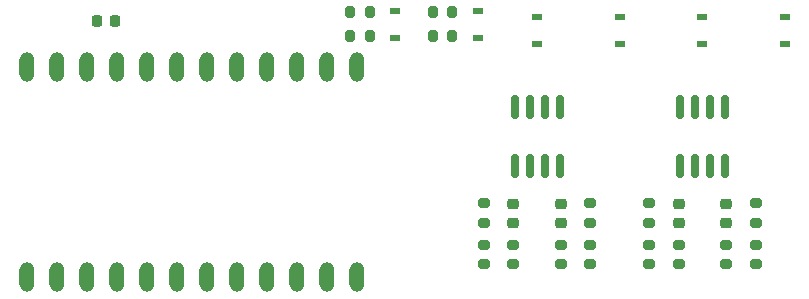
<source format=gtp>
%TF.GenerationSoftware,KiCad,Pcbnew,7.0.6*%
%TF.CreationDate,2024-01-12T02:35:33-05:00*%
%TF.ProjectId,PSA_Controller,5053415f-436f-46e7-9472-6f6c6c65722e,rev?*%
%TF.SameCoordinates,Original*%
%TF.FileFunction,Paste,Top*%
%TF.FilePolarity,Positive*%
%FSLAX46Y46*%
G04 Gerber Fmt 4.6, Leading zero omitted, Abs format (unit mm)*
G04 Created by KiCad (PCBNEW 7.0.6) date 2024-01-12 02:35:33*
%MOMM*%
%LPD*%
G01*
G04 APERTURE LIST*
G04 Aperture macros list*
%AMRoundRect*
0 Rectangle with rounded corners*
0 $1 Rounding radius*
0 $2 $3 $4 $5 $6 $7 $8 $9 X,Y pos of 4 corners*
0 Add a 4 corners polygon primitive as box body*
4,1,4,$2,$3,$4,$5,$6,$7,$8,$9,$2,$3,0*
0 Add four circle primitives for the rounded corners*
1,1,$1+$1,$2,$3*
1,1,$1+$1,$4,$5*
1,1,$1+$1,$6,$7*
1,1,$1+$1,$8,$9*
0 Add four rect primitives between the rounded corners*
20,1,$1+$1,$2,$3,$4,$5,0*
20,1,$1+$1,$4,$5,$6,$7,0*
20,1,$1+$1,$6,$7,$8,$9,0*
20,1,$1+$1,$8,$9,$2,$3,0*%
G04 Aperture macros list end*
%ADD10RoundRect,0.200000X-0.275000X0.200000X-0.275000X-0.200000X0.275000X-0.200000X0.275000X0.200000X0*%
%ADD11RoundRect,0.200000X0.200000X0.275000X-0.200000X0.275000X-0.200000X-0.275000X0.200000X-0.275000X0*%
%ADD12RoundRect,0.200000X-0.200000X-0.275000X0.200000X-0.275000X0.200000X0.275000X-0.200000X0.275000X0*%
%ADD13RoundRect,0.218750X0.256250X-0.218750X0.256250X0.218750X-0.256250X0.218750X-0.256250X-0.218750X0*%
%ADD14R,0.830000X0.630000*%
%ADD15RoundRect,0.635000X0.000000X-0.635000X0.000000X0.635000X0.000000X0.635000X0.000000X-0.635000X0*%
%ADD16RoundRect,0.150000X0.150000X-0.825000X0.150000X0.825000X-0.150000X0.825000X-0.150000X-0.825000X0*%
%ADD17RoundRect,0.200000X0.275000X-0.200000X0.275000X0.200000X-0.275000X0.200000X-0.275000X-0.200000X0*%
%ADD18RoundRect,0.225000X0.225000X0.250000X-0.225000X0.250000X-0.225000X-0.250000X0.225000X-0.250000X0*%
G04 APERTURE END LIST*
D10*
%TO.C,R16*%
X44800000Y20675000D03*
X44800000Y22325000D03*
%TD*%
%TO.C,R15*%
X58800000Y20675000D03*
X58800000Y22325000D03*
%TD*%
%TO.C,R14*%
X67800000Y22325000D03*
X67800000Y20675000D03*
%TD*%
%TO.C,R13*%
X53800000Y20675000D03*
X53800000Y22325000D03*
%TD*%
D11*
%TO.C,R12*%
X35125000Y36500000D03*
X33475000Y36500000D03*
%TD*%
D12*
%TO.C,R11*%
X33475000Y38500000D03*
X35125000Y38500000D03*
%TD*%
D11*
%TO.C,R10*%
X42125000Y36500000D03*
X40475000Y36500000D03*
%TD*%
%TO.C,R2*%
X42125000Y38500000D03*
X40475000Y38500000D03*
%TD*%
D13*
%TO.C,D10*%
X47300000Y22287500D03*
X47300000Y20712500D03*
%TD*%
%TO.C,D9*%
X61300000Y22287500D03*
X61300000Y20712500D03*
%TD*%
%TO.C,D8*%
X65300000Y20712500D03*
X65300000Y22287500D03*
%TD*%
D14*
%TO.C,D7*%
X37300000Y36350000D03*
X37300000Y38650000D03*
%TD*%
%TO.C,D6*%
X44300000Y36350000D03*
X44300000Y38650000D03*
%TD*%
D15*
%TO.C,U1*%
X6100000Y16110000D03*
X8640000Y16110000D03*
X11180000Y16110000D03*
X13720000Y16110000D03*
X16260000Y16110000D03*
X18800000Y16110000D03*
X21340000Y16110000D03*
X23880000Y16110000D03*
X26420000Y16110000D03*
X28960000Y16110000D03*
X31500000Y16110000D03*
X34040000Y16110000D03*
X34040000Y33890000D03*
X31500000Y33890000D03*
X28960000Y33890000D03*
X26420000Y33890000D03*
X23880000Y33890000D03*
X21340000Y33890000D03*
X18800000Y33890000D03*
X16260000Y33890000D03*
X13720000Y33890000D03*
X11180000Y33890000D03*
X8640000Y33890000D03*
X6100000Y33890000D03*
%TD*%
D10*
%TO.C,R1*%
X44800000Y17175000D03*
X44800000Y18825000D03*
%TD*%
%TO.C,R6*%
X58800000Y17175000D03*
X58800000Y18825000D03*
%TD*%
D16*
%TO.C,Q2*%
X61395000Y30475000D03*
X62665000Y30475000D03*
X63935000Y30475000D03*
X65205000Y30475000D03*
X65205000Y25525000D03*
X63935000Y25525000D03*
X62665000Y25525000D03*
X61395000Y25525000D03*
%TD*%
D17*
%TO.C,R9*%
X65300000Y17175000D03*
X65300000Y18825000D03*
%TD*%
D18*
%TO.C,C1*%
X12025000Y37750000D03*
X13575000Y37750000D03*
%TD*%
D17*
%TO.C,R7*%
X61300000Y18825000D03*
X61300000Y17175000D03*
%TD*%
D14*
%TO.C,D4*%
X70300000Y38150000D03*
X70300000Y35850000D03*
%TD*%
%TO.C,D1*%
X49300000Y35850000D03*
X49300000Y38150000D03*
%TD*%
D10*
%TO.C,R8*%
X67800000Y18825000D03*
X67800000Y17175000D03*
%TD*%
D17*
%TO.C,R5*%
X51300000Y18825000D03*
X51300000Y17175000D03*
%TD*%
D16*
%TO.C,Q1*%
X47395000Y30475000D03*
X48665000Y30475000D03*
X49935000Y30475000D03*
X51205000Y30475000D03*
X51205000Y25525000D03*
X49935000Y25525000D03*
X48665000Y25525000D03*
X47395000Y25525000D03*
%TD*%
D13*
%TO.C,D5*%
X51300000Y22287500D03*
X51300000Y20712500D03*
%TD*%
D14*
%TO.C,D2*%
X56300000Y38150000D03*
X56300000Y35850000D03*
%TD*%
D17*
%TO.C,R3*%
X47300000Y18825000D03*
X47300000Y17175000D03*
%TD*%
D14*
%TO.C,D3*%
X63300000Y38150000D03*
X63300000Y35850000D03*
%TD*%
D10*
%TO.C,R4*%
X53800000Y17175000D03*
X53800000Y18825000D03*
%TD*%
M02*

</source>
